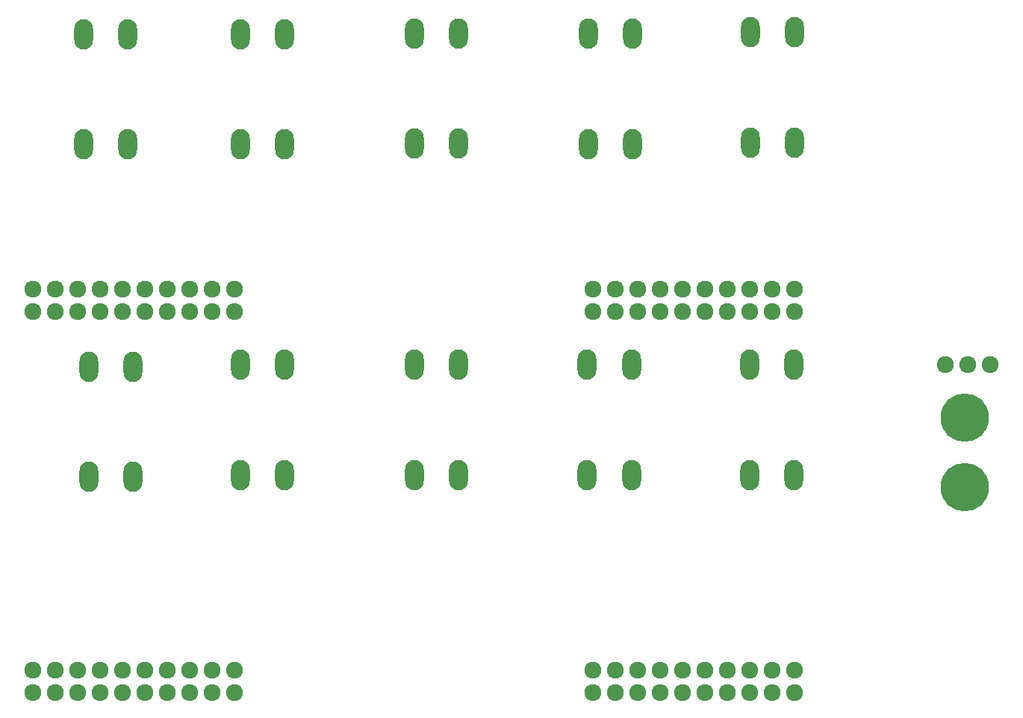
<source format=gbr>
G04 #@! TF.GenerationSoftware,KiCad,Pcbnew,(5.0.0)*
G04 #@! TF.CreationDate,2020-11-30T18:27:02-06:00*
G04 #@! TF.ProjectId,GiecoBoard_2021_Rev1,476965636F426F6172645F323032315F,rev?*
G04 #@! TF.SameCoordinates,Original*
G04 #@! TF.FileFunction,Soldermask,Bot*
G04 #@! TF.FilePolarity,Negative*
%FSLAX46Y46*%
G04 Gerber Fmt 4.6, Leading zero omitted, Abs format (unit mm)*
G04 Created by KiCad (PCBNEW (5.0.0)) date 11/30/20 18:27:02*
%MOMM*%
%LPD*%
G01*
G04 APERTURE LIST*
%ADD10O,2.127200X3.448000*%
%ADD11C,1.920000*%
%ADD12C,1.924000*%
%ADD13C,5.480000*%
G04 APERTURE END LIST*
D10*
G04 #@! TO.C,J2*
X111205000Y-73994704D03*
X116205000Y-73994704D03*
X111205000Y-86494704D03*
X116205000Y-86494704D03*
G04 #@! TD*
G04 #@! TO.C,J3*
X130890000Y-73994704D03*
X135890000Y-73994704D03*
X130890000Y-86494704D03*
X135890000Y-86494704D03*
G04 #@! TD*
G04 #@! TO.C,J4*
X116205000Y-49029704D03*
X111205000Y-49029704D03*
X116205000Y-36529704D03*
X111205000Y-36529704D03*
G04 #@! TD*
G04 #@! TO.C,J5*
X98425000Y-49029704D03*
X93425000Y-49029704D03*
X98425000Y-36529704D03*
X93425000Y-36529704D03*
G04 #@! TD*
G04 #@! TO.C,J6*
X155495000Y-86494704D03*
X150495000Y-86494704D03*
X155495000Y-73994704D03*
X150495000Y-73994704D03*
G04 #@! TD*
G04 #@! TO.C,J7*
X168910000Y-73994704D03*
X173910000Y-73994704D03*
X168910000Y-86494704D03*
X173910000Y-86494704D03*
G04 #@! TD*
G04 #@! TO.C,J8*
X173990000Y-48829704D03*
X168990000Y-48829704D03*
X173990000Y-36329704D03*
X168990000Y-36329704D03*
G04 #@! TD*
G04 #@! TO.C,J9*
X155655000Y-48964408D03*
X150655000Y-48964408D03*
X155655000Y-36464408D03*
X150655000Y-36464408D03*
G04 #@! TD*
G04 #@! TO.C,J10*
X135890000Y-48933520D03*
X130890000Y-48933520D03*
X135890000Y-36433520D03*
X130890000Y-36433520D03*
G04 #@! TD*
G04 #@! TO.C,J1*
X93980000Y-74194704D03*
X98980000Y-74194704D03*
X93980000Y-86694704D03*
X98980000Y-86694704D03*
G04 #@! TD*
D11*
G04 #@! TO.C,U1*
X151130000Y-111125000D03*
X173990000Y-65405000D03*
X171450000Y-65405000D03*
X163830000Y-65405000D03*
X161290000Y-108585000D03*
X166370000Y-65405000D03*
X168910000Y-65405000D03*
X166370000Y-111125000D03*
X171450000Y-108585000D03*
X161290000Y-65405000D03*
X158750000Y-65405000D03*
X171450000Y-111125000D03*
X166370000Y-108585000D03*
X163830000Y-108585000D03*
X151130000Y-108585000D03*
X153670000Y-108585000D03*
X156210000Y-108585000D03*
X158750000Y-108585000D03*
X168910000Y-108585000D03*
X173990000Y-108585000D03*
X153670000Y-111125000D03*
X156210000Y-111125000D03*
X158750000Y-111125000D03*
X161290000Y-111125000D03*
X163830000Y-111125000D03*
X168910000Y-111125000D03*
X173990000Y-111125000D03*
X151130000Y-67945000D03*
X153670000Y-67945000D03*
X156210000Y-67945000D03*
X158750000Y-67945000D03*
X161290000Y-67945000D03*
X163830000Y-67945000D03*
X166370000Y-67945000D03*
X168910000Y-67945000D03*
X171450000Y-67945000D03*
X173990000Y-67945000D03*
X151130000Y-65405000D03*
X153670000Y-65405000D03*
X156210000Y-65405000D03*
X87630000Y-108585000D03*
X90170000Y-108585000D03*
X92710000Y-108585000D03*
X95250000Y-108585000D03*
X97790000Y-108585000D03*
X100330000Y-108585000D03*
X102870000Y-108585000D03*
X105410000Y-108585000D03*
X107950000Y-108585000D03*
X110490000Y-108585000D03*
X87630000Y-111125000D03*
X90170000Y-111125000D03*
X92710000Y-111125000D03*
X95250000Y-111125000D03*
X97790000Y-111125000D03*
X100330000Y-111125000D03*
X102870000Y-111125000D03*
X105410000Y-111125000D03*
X107950000Y-111125000D03*
X110490000Y-111125000D03*
X87630000Y-67945000D03*
X90170000Y-67945000D03*
X92710000Y-67945000D03*
X95250000Y-67945000D03*
X97790000Y-67945000D03*
X100330000Y-67945000D03*
X102870000Y-67945000D03*
X105410000Y-67945000D03*
X107950000Y-67945000D03*
X110490000Y-67945000D03*
X87630000Y-65405000D03*
X90170000Y-65405000D03*
X92710000Y-65405000D03*
X95250000Y-65405000D03*
X97790000Y-65405000D03*
X100330000Y-65405000D03*
X102870000Y-65405000D03*
X105410000Y-65405000D03*
X107950000Y-65405000D03*
X110490000Y-65405000D03*
G04 #@! TD*
D12*
G04 #@! TO.C,U2*
X191135000Y-73994704D03*
X193675000Y-73994704D03*
X196215000Y-73994704D03*
G04 #@! TD*
D13*
G04 #@! TO.C,Conn1*
X193294000Y-80010000D03*
X193294000Y-87884000D03*
G04 #@! TD*
M02*

</source>
